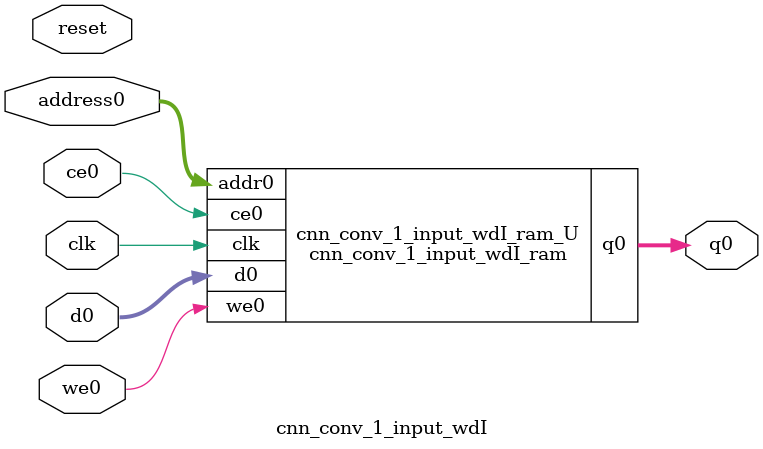
<source format=v>
`timescale 1 ns / 1 ps
module cnn_conv_1_input_wdI_ram (addr0, ce0, d0, we0, q0,  clk);

parameter DWIDTH = 32;
parameter AWIDTH = 7;
parameter MEM_SIZE = 90;

input[AWIDTH-1:0] addr0;
input ce0;
input[DWIDTH-1:0] d0;
input we0;
output reg[DWIDTH-1:0] q0;
input clk;

(* ram_style = "block" *)reg [DWIDTH-1:0] ram[0:MEM_SIZE-1];




always @(posedge clk)  
begin 
    if (ce0) 
    begin
        if (we0) 
        begin 
            ram[addr0] <= d0; 
        end 
        q0 <= ram[addr0];
    end
end


endmodule

`timescale 1 ns / 1 ps
module cnn_conv_1_input_wdI(
    reset,
    clk,
    address0,
    ce0,
    we0,
    d0,
    q0);

parameter DataWidth = 32'd32;
parameter AddressRange = 32'd90;
parameter AddressWidth = 32'd7;
input reset;
input clk;
input[AddressWidth - 1:0] address0;
input ce0;
input we0;
input[DataWidth - 1:0] d0;
output[DataWidth - 1:0] q0;



cnn_conv_1_input_wdI_ram cnn_conv_1_input_wdI_ram_U(
    .clk( clk ),
    .addr0( address0 ),
    .ce0( ce0 ),
    .we0( we0 ),
    .d0( d0 ),
    .q0( q0 ));

endmodule


</source>
